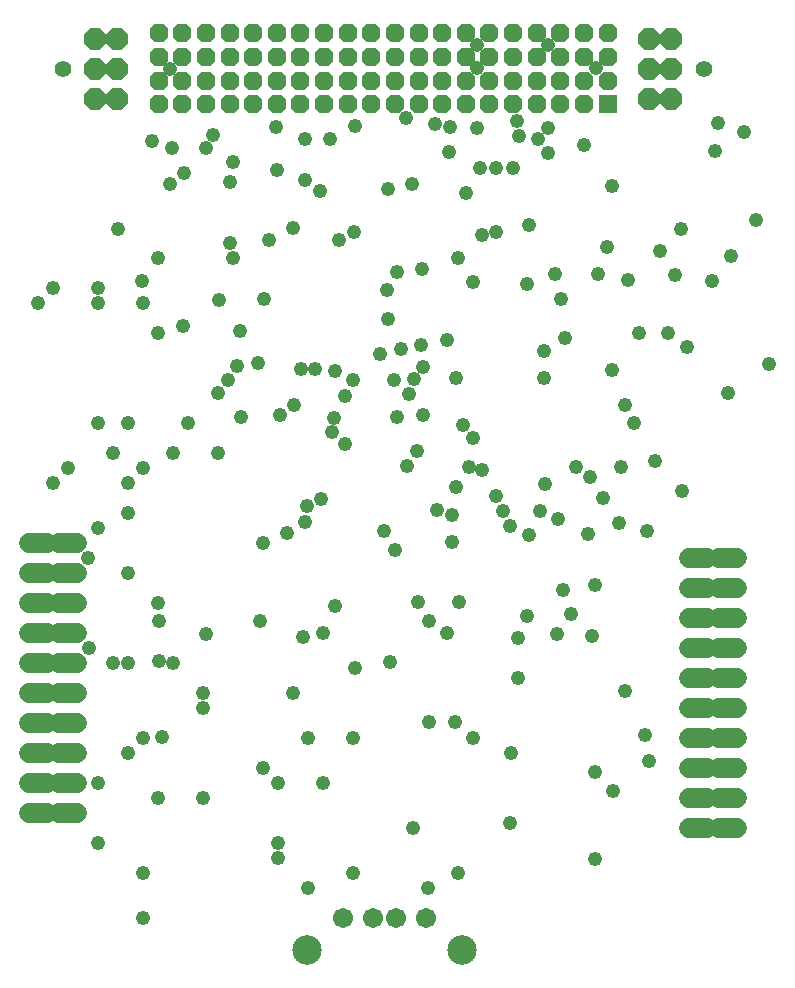
<source format=gbs>
G75*
%MOIN*%
%OFA0B0*%
%FSLAX25Y25*%
%IPPOS*%
%LPD*%
%AMOC8*
5,1,8,0,0,1.08239X$1,22.5*
%
%ADD10C,0.06800*%
%ADD11C,0.05524*%
%ADD12OC8,0.07296*%
%ADD13R,0.06186X0.06186*%
%ADD14OC8,0.06186*%
%ADD15C,0.06737*%
%ADD16C,0.09855*%
%ADD17C,0.04762*%
D10*
X0042000Y0090950D02*
X0048000Y0090950D01*
X0052000Y0090950D02*
X0058000Y0090950D01*
X0058000Y0100950D02*
X0052000Y0100950D01*
X0048000Y0100950D02*
X0042000Y0100950D01*
X0042000Y0110950D02*
X0048000Y0110950D01*
X0052000Y0110950D02*
X0058000Y0110950D01*
X0058000Y0120950D02*
X0052000Y0120950D01*
X0048000Y0120950D02*
X0042000Y0120950D01*
X0042000Y0130950D02*
X0048000Y0130950D01*
X0052000Y0130950D02*
X0058000Y0130950D01*
X0058000Y0140950D02*
X0052000Y0140950D01*
X0048000Y0140950D02*
X0042000Y0140950D01*
X0042000Y0150950D02*
X0048000Y0150950D01*
X0052000Y0150950D02*
X0058000Y0150950D01*
X0058000Y0160950D02*
X0052000Y0160950D01*
X0048000Y0160950D02*
X0042000Y0160950D01*
X0042000Y0170950D02*
X0048000Y0170950D01*
X0052000Y0170950D02*
X0058000Y0170950D01*
X0058000Y0180950D02*
X0052000Y0180950D01*
X0048000Y0180950D02*
X0042000Y0180950D01*
X0262000Y0175950D02*
X0268000Y0175950D01*
X0272000Y0175950D02*
X0278000Y0175950D01*
X0278000Y0165950D02*
X0272000Y0165950D01*
X0268000Y0165950D02*
X0262000Y0165950D01*
X0262000Y0155950D02*
X0268000Y0155950D01*
X0272000Y0155950D02*
X0278000Y0155950D01*
X0278000Y0145950D02*
X0272000Y0145950D01*
X0268000Y0145950D02*
X0262000Y0145950D01*
X0262000Y0135950D02*
X0268000Y0135950D01*
X0272000Y0135950D02*
X0278000Y0135950D01*
X0278000Y0125950D02*
X0272000Y0125950D01*
X0268000Y0125950D02*
X0262000Y0125950D01*
X0262000Y0115950D02*
X0268000Y0115950D01*
X0272000Y0115950D02*
X0278000Y0115950D01*
X0278000Y0105950D02*
X0272000Y0105950D01*
X0268000Y0105950D02*
X0262000Y0105950D01*
X0262000Y0095950D02*
X0268000Y0095950D01*
X0272000Y0095950D02*
X0278000Y0095950D01*
X0278000Y0085950D02*
X0272000Y0085950D01*
X0268000Y0085950D02*
X0262000Y0085950D01*
D11*
X0266870Y0338942D03*
X0053130Y0338942D03*
D12*
X0063996Y0339060D03*
X0063996Y0329060D03*
X0071398Y0329060D03*
X0071398Y0339060D03*
X0071398Y0349060D03*
X0063996Y0349060D03*
X0248602Y0349056D03*
X0256004Y0349056D03*
X0256004Y0339056D03*
X0256004Y0329056D03*
X0248602Y0329056D03*
X0248602Y0339056D03*
D13*
X0234803Y0327249D03*
D14*
X0234803Y0335123D03*
X0226929Y0335123D03*
X0226929Y0327249D03*
X0219055Y0327249D03*
X0219055Y0335123D03*
X0211181Y0335123D03*
X0211181Y0327249D03*
X0203307Y0327249D03*
X0195433Y0327249D03*
X0195433Y0335123D03*
X0203307Y0335123D03*
X0203307Y0342997D03*
X0195433Y0342997D03*
X0195433Y0350871D03*
X0203307Y0350871D03*
X0211181Y0350871D03*
X0211181Y0342997D03*
X0219055Y0342997D03*
X0226929Y0342997D03*
X0226929Y0350871D03*
X0219055Y0350871D03*
X0234803Y0350871D03*
X0234803Y0342997D03*
X0187559Y0342997D03*
X0179685Y0342997D03*
X0179685Y0350871D03*
X0187559Y0350871D03*
X0187559Y0335123D03*
X0187559Y0327249D03*
X0179685Y0327249D03*
X0179685Y0335123D03*
X0171811Y0335123D03*
X0171811Y0327249D03*
X0163937Y0327249D03*
X0163937Y0335123D03*
X0156063Y0335123D03*
X0156063Y0327249D03*
X0148189Y0327249D03*
X0148189Y0335123D03*
X0140315Y0335123D03*
X0140315Y0327249D03*
X0132441Y0327249D03*
X0132441Y0335123D03*
X0124567Y0335123D03*
X0124567Y0327249D03*
X0116693Y0327249D03*
X0108819Y0327249D03*
X0108819Y0335123D03*
X0116693Y0335123D03*
X0116693Y0342997D03*
X0124567Y0342997D03*
X0124567Y0350871D03*
X0116693Y0350871D03*
X0108819Y0350871D03*
X0108819Y0342997D03*
X0100945Y0342997D03*
X0093071Y0342997D03*
X0093071Y0350871D03*
X0100945Y0350871D03*
X0100945Y0335123D03*
X0100945Y0327249D03*
X0093071Y0327249D03*
X0093071Y0335123D03*
X0085197Y0335123D03*
X0085197Y0327249D03*
X0085197Y0342997D03*
X0085197Y0350871D03*
X0132441Y0350871D03*
X0132441Y0342997D03*
X0140315Y0342997D03*
X0140315Y0350871D03*
X0148189Y0350871D03*
X0148189Y0342997D03*
X0156063Y0342997D03*
X0156063Y0350871D03*
X0163937Y0350871D03*
X0163937Y0342997D03*
X0171811Y0342997D03*
X0171811Y0350871D03*
D15*
X0174230Y0056142D03*
X0164387Y0056142D03*
X0156513Y0056142D03*
X0146670Y0056142D03*
D16*
X0134584Y0045472D03*
X0186316Y0045472D03*
D17*
X0065000Y0080950D03*
X0080000Y0070950D03*
X0080000Y0055950D03*
X0085000Y0095950D03*
X0075000Y0110950D03*
X0080000Y0115950D03*
X0086375Y0116275D03*
X0100000Y0125950D03*
X0100000Y0130950D03*
X0090000Y0140950D03*
X0085250Y0141700D03*
X0075000Y0140950D03*
X0070000Y0140950D03*
X0061800Y0145950D03*
X0085250Y0155200D03*
X0085000Y0160950D03*
X0075000Y0170950D03*
X0061575Y0175950D03*
X0065000Y0185950D03*
X0075000Y0190950D03*
X0075000Y0200950D03*
X0080000Y0205950D03*
X0090000Y0210950D03*
X0095000Y0220950D03*
X0105000Y0230950D03*
X0108200Y0235525D03*
X0111350Y0240025D03*
X0118425Y0240900D03*
X0112250Y0251725D03*
X0105275Y0262075D03*
X0110000Y0275950D03*
X0108875Y0281200D03*
X0121925Y0282100D03*
X0130025Y0285925D03*
X0139025Y0298525D03*
X0133850Y0302125D03*
X0124775Y0305500D03*
X0134075Y0315625D03*
X0142400Y0315850D03*
X0150725Y0319900D03*
X0167600Y0322600D03*
X0177275Y0320575D03*
X0182225Y0319675D03*
X0182000Y0311350D03*
X0191225Y0319450D03*
X0192350Y0305950D03*
X0197750Y0305950D03*
X0203375Y0305950D03*
X0205400Y0316750D03*
X0204725Y0321700D03*
X0211475Y0315850D03*
X0215075Y0319450D03*
X0215000Y0310950D03*
X0227000Y0313600D03*
X0236225Y0300100D03*
X0234650Y0279850D03*
X0231500Y0270850D03*
X0241625Y0268825D03*
X0252200Y0278500D03*
X0257375Y0270400D03*
X0269750Y0268375D03*
X0276050Y0276700D03*
X0284375Y0288850D03*
X0270725Y0311625D03*
X0271775Y0321025D03*
X0280325Y0318100D03*
X0259400Y0285700D03*
X0255000Y0250950D03*
X0261425Y0246325D03*
X0274850Y0231175D03*
X0288650Y0240700D03*
X0250675Y0208325D03*
X0259625Y0198400D03*
X0247925Y0185125D03*
X0238475Y0187600D03*
X0233300Y0196150D03*
X0229025Y0203125D03*
X0224300Y0206275D03*
X0213950Y0200650D03*
X0212375Y0191650D03*
X0218425Y0188875D03*
X0208775Y0183550D03*
X0202250Y0186700D03*
X0200000Y0191650D03*
X0197525Y0196825D03*
X0193025Y0205375D03*
X0188525Y0206500D03*
X0184250Y0199750D03*
X0177975Y0192075D03*
X0182900Y0190300D03*
X0182900Y0181525D03*
X0163875Y0178700D03*
X0160400Y0185125D03*
X0167825Y0206725D03*
X0171425Y0211675D03*
X0173450Y0223600D03*
X0168500Y0230575D03*
X0170175Y0235725D03*
X0173225Y0239575D03*
X0172775Y0247000D03*
X0165800Y0245650D03*
X0159050Y0244075D03*
X0163775Y0235300D03*
X0164675Y0223150D03*
X0147350Y0229900D03*
X0150050Y0235300D03*
X0143975Y0238450D03*
X0137450Y0238900D03*
X0132500Y0239125D03*
X0130250Y0227200D03*
X0125525Y0223600D03*
X0112475Y0222925D03*
X0105000Y0210950D03*
X0120000Y0180950D03*
X0128000Y0184450D03*
X0134075Y0188050D03*
X0134750Y0193450D03*
X0139250Y0195700D03*
X0147125Y0213925D03*
X0142850Y0217975D03*
X0143750Y0222700D03*
X0161525Y0255775D03*
X0161125Y0265225D03*
X0164675Y0271300D03*
X0173000Y0272425D03*
X0185000Y0275950D03*
X0189875Y0267925D03*
X0193025Y0283675D03*
X0197525Y0284800D03*
X0187625Y0297625D03*
X0169775Y0300725D03*
X0161525Y0298975D03*
X0150400Y0284600D03*
X0145325Y0281875D03*
X0120350Y0262525D03*
X0093125Y0253525D03*
X0085000Y0250950D03*
X0080000Y0260950D03*
X0079625Y0268375D03*
X0085000Y0275950D03*
X0071750Y0285700D03*
X0065000Y0265950D03*
X0065000Y0260950D03*
X0050000Y0265950D03*
X0045000Y0260950D03*
X0065000Y0220950D03*
X0070000Y0210950D03*
X0075000Y0220950D03*
X0055000Y0205950D03*
X0050000Y0200950D03*
X0101000Y0150700D03*
X0119000Y0155200D03*
X0133175Y0149575D03*
X0140000Y0150950D03*
X0143875Y0160050D03*
X0150500Y0139450D03*
X0162425Y0141250D03*
X0175250Y0155200D03*
X0171650Y0161275D03*
X0181125Y0150950D03*
X0185375Y0161275D03*
X0205000Y0149375D03*
X0208100Y0156550D03*
X0218000Y0150700D03*
X0222500Y0157450D03*
X0220025Y0165325D03*
X0230600Y0166900D03*
X0228350Y0184000D03*
X0239150Y0206275D03*
X0243650Y0220900D03*
X0240500Y0227200D03*
X0236450Y0238675D03*
X0245450Y0251050D03*
X0220475Y0249475D03*
X0213500Y0245200D03*
X0213500Y0236200D03*
X0219350Y0262525D03*
X0217325Y0270850D03*
X0207875Y0267250D03*
X0208775Y0287050D03*
X0181325Y0248575D03*
X0184250Y0236200D03*
X0186500Y0220450D03*
X0190100Y0215950D03*
X0229475Y0150025D03*
X0240725Y0131800D03*
X0247250Y0116950D03*
X0248700Y0108525D03*
X0236675Y0098475D03*
X0230550Y0104825D03*
X0230550Y0075725D03*
X0202250Y0087700D03*
X0185000Y0070950D03*
X0175000Y0065950D03*
X0170000Y0085950D03*
X0150000Y0070950D03*
X0135000Y0065950D03*
X0125000Y0075950D03*
X0125000Y0080950D03*
X0125000Y0100950D03*
X0120000Y0105950D03*
X0135000Y0115950D03*
X0150000Y0115950D03*
X0140000Y0100950D03*
X0130000Y0130950D03*
X0100000Y0095950D03*
X0065000Y0100950D03*
X0175250Y0121450D03*
X0184025Y0121450D03*
X0190000Y0115950D03*
X0202475Y0110875D03*
X0205000Y0135950D03*
X0109100Y0301225D03*
X0110000Y0308200D03*
X0101000Y0312700D03*
X0103250Y0317200D03*
X0093575Y0304375D03*
X0089075Y0300775D03*
X0089525Y0312700D03*
X0083000Y0314950D03*
X0089075Y0339025D03*
X0124175Y0319675D03*
X0191450Y0339250D03*
X0191450Y0346900D03*
X0215075Y0346900D03*
X0230825Y0339250D03*
M02*

</source>
